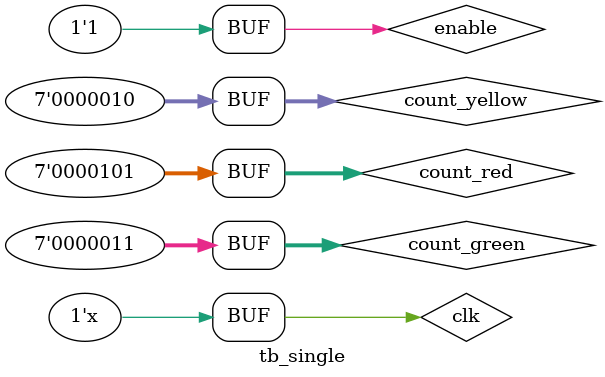
<source format=v>
`timescale 1ns / 1ps


module tb_single();

reg clk;
reg enable;
reg [6:0]count_red, count_yellow, count_green;
wire [6:0]first_counter, second_counter;
wire [2:0]first_way, second_way;

always #1 clk = ~clk;

auto_mode UUT(.clk(clk), 
           .count_red(count_red), 
           .count_yellow(count_yellow), 
           .count_green(count_green),
           .first_way(first_way),
           .second_way(second_way),
           .enable(enable),
           .first_counter(first_counter),
           .second_counter(second_counter));
           
initial begin
    clk = 1'b0;
    enable = 1'b1;
    count_red = 5;
    count_yellow = 2;
    count_green = 3;
end

initial begin
//    #20 enable = 1'b0;
//    #20 enable = 1'b1;
end


endmodule

</source>
